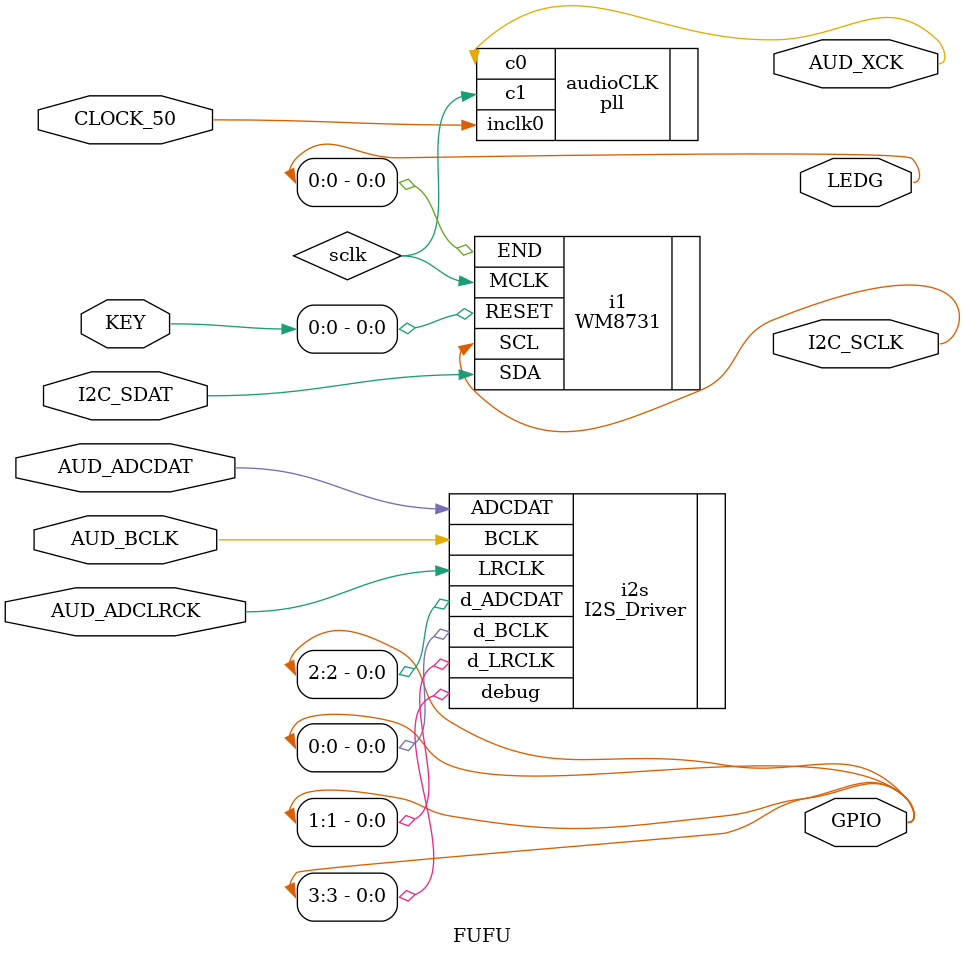
<source format=v>



module FUFU(
	input CLOCK_50,
	input [1:0] KEY,
	input AUD_BCLK,
	input AUD_ADCLRCK,
	input AUD_ADCDAT,
	
	output AUD_XCK, 
	output I2C_SCLK, 
	output [7:0]GPIO,
	output [1:0]LEDG,
	
	inout I2C_SDAT
	);



 

wire sclk; 

pll	audioCLK(
	.inclk0 ( CLOCK_50),
	.c0 (AUD_XCK),
	.c1 ( sclk ));



WM8731 i1(
	.MCLK(sclk),
	.RESET(KEY[0]),
	.END(LEDG[0]),
	.SCL(I2C_SCLK), 
	.SDA(I2C_SDAT));



I2S_Driver i2s( 
	.BCLK(AUD_BCLK), 
	.LRCLK(AUD_ADCLRCK), 
	.ADCDAT(AUD_ADCDAT), 
	//.rightBuff(), 
	//.leftBuff(),
	.debug(GPIO[3]), 
	.d_BCLK(GPIO[0]),
	.d_LRCLK(GPIO[1]), 
	.d_ADCDAT(GPIO[2]));





endmodule 
</source>
